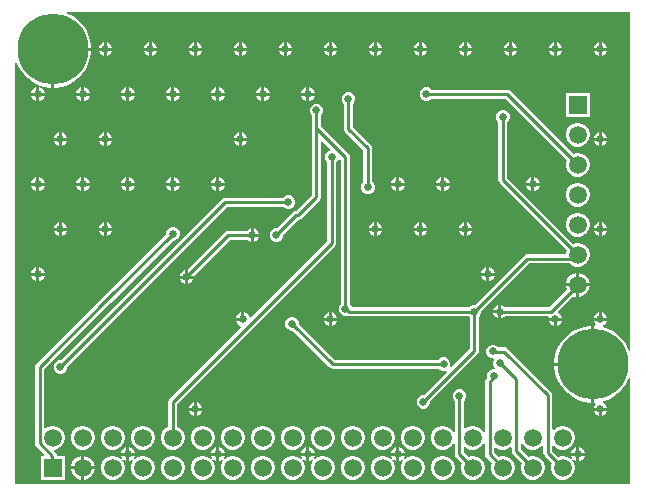
<source format=gbl>
G04*
G04 #@! TF.GenerationSoftware,Altium Limited,Altium Designer,21.2.2 (38)*
G04*
G04 Layer_Physical_Order=2*
G04 Layer_Color=16711680*
%FSLAX25Y25*%
%MOIN*%
G70*
G04*
G04 #@! TF.SameCoordinates,52F74DFF-F1B3-44F2-A22A-B2578409EFCC*
G04*
G04*
G04 #@! TF.FilePolarity,Positive*
G04*
G01*
G75*
%ADD13C,0.01000*%
%ADD45C,0.05906*%
%ADD46R,0.05906X0.05906*%
%ADD47C,0.23622*%
%ADD48R,0.05906X0.05906*%
%ADD49C,0.02559*%
G36*
X362500Y154604D02*
X362000Y154525D01*
X361872Y154918D01*
X360957Y156714D01*
X359772Y158346D01*
X358346Y159772D01*
X356714Y160957D01*
X354918Y161872D01*
X353402Y162365D01*
X353381Y162898D01*
X353791Y163067D01*
X354433Y163709D01*
X354760Y164500D01*
X350240D01*
X350568Y163709D01*
X350965Y163311D01*
X350758Y162811D01*
X350500D01*
Y150000D01*
Y137189D01*
X350758D01*
X350965Y136689D01*
X350568Y136291D01*
X350240Y135500D01*
X354760D01*
X354433Y136291D01*
X353791Y136933D01*
X353381Y137102D01*
X353402Y137635D01*
X354918Y138128D01*
X356714Y139043D01*
X358346Y140228D01*
X359772Y141654D01*
X360957Y143286D01*
X361872Y145082D01*
X362000Y145475D01*
X362500Y145396D01*
Y110000D01*
X157500D01*
Y250396D01*
X158000Y250475D01*
X158128Y250082D01*
X159043Y248286D01*
X160228Y246654D01*
X161654Y245228D01*
X163286Y244043D01*
X165082Y243128D01*
X167000Y242504D01*
X168992Y242189D01*
X169500D01*
Y255000D01*
X170000D01*
Y255500D01*
X182811D01*
Y256008D01*
X182496Y258000D01*
X181872Y259918D01*
X180957Y261714D01*
X179772Y263346D01*
X178346Y264772D01*
X176714Y265957D01*
X174918Y266872D01*
X174525Y267000D01*
X174604Y267500D01*
X362500D01*
Y154604D01*
D02*
G37*
%LPC*%
G36*
X353000Y257260D02*
Y255500D01*
X354760D01*
X354433Y256291D01*
X353791Y256932D01*
X353000Y257260D01*
D02*
G37*
G36*
X352000D02*
X351209Y256932D01*
X350568Y256291D01*
X350240Y255500D01*
X352000D01*
Y257260D01*
D02*
G37*
G36*
X338000D02*
Y255500D01*
X339760D01*
X339433Y256291D01*
X338791Y256932D01*
X338000Y257260D01*
D02*
G37*
G36*
X337000D02*
X336209Y256932D01*
X335567Y256291D01*
X335240Y255500D01*
X337000D01*
Y257260D01*
D02*
G37*
G36*
X323000D02*
Y255500D01*
X324760D01*
X324432Y256291D01*
X323791Y256932D01*
X323000Y257260D01*
D02*
G37*
G36*
X322000D02*
X321209Y256932D01*
X320567Y256291D01*
X320240Y255500D01*
X322000D01*
Y257260D01*
D02*
G37*
G36*
X308000D02*
Y255500D01*
X309760D01*
X309433Y256291D01*
X308791Y256932D01*
X308000Y257260D01*
D02*
G37*
G36*
X307000D02*
X306209Y256932D01*
X305568Y256291D01*
X305240Y255500D01*
X307000D01*
Y257260D01*
D02*
G37*
G36*
X293000D02*
Y255500D01*
X294760D01*
X294432Y256291D01*
X293791Y256932D01*
X293000Y257260D01*
D02*
G37*
G36*
X292000D02*
X291209Y256932D01*
X290567Y256291D01*
X290240Y255500D01*
X292000D01*
Y257260D01*
D02*
G37*
G36*
X278000D02*
Y255500D01*
X279760D01*
X279433Y256291D01*
X278791Y256932D01*
X278000Y257260D01*
D02*
G37*
G36*
X277000D02*
X276209Y256932D01*
X275568Y256291D01*
X275240Y255500D01*
X277000D01*
Y257260D01*
D02*
G37*
G36*
X263000D02*
Y255500D01*
X264760D01*
X264433Y256291D01*
X263791Y256932D01*
X263000Y257260D01*
D02*
G37*
G36*
X262000D02*
X261209Y256932D01*
X260567Y256291D01*
X260240Y255500D01*
X262000D01*
Y257260D01*
D02*
G37*
G36*
X248000D02*
Y255500D01*
X249760D01*
X249432Y256291D01*
X248791Y256932D01*
X248000Y257260D01*
D02*
G37*
G36*
X247000D02*
X246209Y256932D01*
X245567Y256291D01*
X245240Y255500D01*
X247000D01*
Y257260D01*
D02*
G37*
G36*
X233000D02*
Y255500D01*
X234760D01*
X234433Y256291D01*
X233791Y256932D01*
X233000Y257260D01*
D02*
G37*
G36*
X232000D02*
X231209Y256932D01*
X230568Y256291D01*
X230240Y255500D01*
X232000D01*
Y257260D01*
D02*
G37*
G36*
X218000D02*
Y255500D01*
X219760D01*
X219432Y256291D01*
X218791Y256932D01*
X218000Y257260D01*
D02*
G37*
G36*
X217000D02*
X216209Y256932D01*
X215567Y256291D01*
X215240Y255500D01*
X217000D01*
Y257260D01*
D02*
G37*
G36*
X203000D02*
Y255500D01*
X204760D01*
X204433Y256291D01*
X203791Y256932D01*
X203000Y257260D01*
D02*
G37*
G36*
X202000D02*
X201209Y256932D01*
X200568Y256291D01*
X200240Y255500D01*
X202000D01*
Y257260D01*
D02*
G37*
G36*
X188000D02*
Y255500D01*
X189760D01*
X189433Y256291D01*
X188791Y256932D01*
X188000Y257260D01*
D02*
G37*
G36*
X187000D02*
X186209Y256932D01*
X185567Y256291D01*
X185240Y255500D01*
X187000D01*
Y257260D01*
D02*
G37*
G36*
X354760Y254500D02*
X353000D01*
Y252740D01*
X353791Y253067D01*
X354433Y253709D01*
X354760Y254500D01*
D02*
G37*
G36*
X352000D02*
X350240D01*
X350568Y253709D01*
X351209Y253067D01*
X352000Y252740D01*
Y254500D01*
D02*
G37*
G36*
X339760D02*
X338000D01*
Y252740D01*
X338791Y253067D01*
X339433Y253709D01*
X339760Y254500D01*
D02*
G37*
G36*
X337000D02*
X335240D01*
X335567Y253709D01*
X336209Y253067D01*
X337000Y252740D01*
Y254500D01*
D02*
G37*
G36*
X324760D02*
X323000D01*
Y252740D01*
X323791Y253067D01*
X324432Y253709D01*
X324760Y254500D01*
D02*
G37*
G36*
X322000D02*
X320240D01*
X320567Y253709D01*
X321209Y253067D01*
X322000Y252740D01*
Y254500D01*
D02*
G37*
G36*
X309760D02*
X308000D01*
Y252740D01*
X308791Y253067D01*
X309433Y253709D01*
X309760Y254500D01*
D02*
G37*
G36*
X307000D02*
X305240D01*
X305568Y253709D01*
X306209Y253067D01*
X307000Y252740D01*
Y254500D01*
D02*
G37*
G36*
X294760D02*
X293000D01*
Y252740D01*
X293791Y253067D01*
X294432Y253709D01*
X294760Y254500D01*
D02*
G37*
G36*
X292000D02*
X290240D01*
X290567Y253709D01*
X291209Y253067D01*
X292000Y252740D01*
Y254500D01*
D02*
G37*
G36*
X279760D02*
X278000D01*
Y252740D01*
X278791Y253067D01*
X279433Y253709D01*
X279760Y254500D01*
D02*
G37*
G36*
X277000D02*
X275240D01*
X275568Y253709D01*
X276209Y253067D01*
X277000Y252740D01*
Y254500D01*
D02*
G37*
G36*
X264760D02*
X263000D01*
Y252740D01*
X263791Y253067D01*
X264433Y253709D01*
X264760Y254500D01*
D02*
G37*
G36*
X262000D02*
X260240D01*
X260567Y253709D01*
X261209Y253067D01*
X262000Y252740D01*
Y254500D01*
D02*
G37*
G36*
X249760D02*
X248000D01*
Y252740D01*
X248791Y253067D01*
X249432Y253709D01*
X249760Y254500D01*
D02*
G37*
G36*
X247000D02*
X245240D01*
X245567Y253709D01*
X246209Y253067D01*
X247000Y252740D01*
Y254500D01*
D02*
G37*
G36*
X234760D02*
X233000D01*
Y252740D01*
X233791Y253067D01*
X234433Y253709D01*
X234760Y254500D01*
D02*
G37*
G36*
X232000D02*
X230240D01*
X230568Y253709D01*
X231209Y253067D01*
X232000Y252740D01*
Y254500D01*
D02*
G37*
G36*
X219760D02*
X218000D01*
Y252740D01*
X218791Y253067D01*
X219432Y253709D01*
X219760Y254500D01*
D02*
G37*
G36*
X217000D02*
X215240D01*
X215567Y253709D01*
X216209Y253067D01*
X217000Y252740D01*
Y254500D01*
D02*
G37*
G36*
X204760D02*
X203000D01*
Y252740D01*
X203791Y253067D01*
X204433Y253709D01*
X204760Y254500D01*
D02*
G37*
G36*
X202000D02*
X200240D01*
X200568Y253709D01*
X201209Y253067D01*
X202000Y252740D01*
Y254500D01*
D02*
G37*
G36*
X189760D02*
X188000D01*
Y252740D01*
X188791Y253067D01*
X189433Y253709D01*
X189760Y254500D01*
D02*
G37*
G36*
X187000D02*
X185240D01*
X185567Y253709D01*
X186209Y253067D01*
X187000Y252740D01*
Y254500D01*
D02*
G37*
G36*
X182811D02*
X170500D01*
Y242189D01*
X171008D01*
X173000Y242504D01*
X174918Y243128D01*
X176714Y244043D01*
X178346Y245228D01*
X179772Y246654D01*
X180957Y248286D01*
X181872Y250082D01*
X182496Y252000D01*
X182811Y253992D01*
Y254500D01*
D02*
G37*
G36*
X255500Y242260D02*
Y240500D01*
X257260D01*
X256932Y241291D01*
X256291Y241933D01*
X255500Y242260D01*
D02*
G37*
G36*
X254500D02*
X253709Y241933D01*
X253067Y241291D01*
X252740Y240500D01*
X254500D01*
Y242260D01*
D02*
G37*
G36*
X240500D02*
Y240500D01*
X242260D01*
X241933Y241291D01*
X241291Y241933D01*
X240500Y242260D01*
D02*
G37*
G36*
X239500D02*
X238709Y241933D01*
X238068Y241291D01*
X237740Y240500D01*
X239500D01*
Y242260D01*
D02*
G37*
G36*
X225500D02*
Y240500D01*
X227260D01*
X226933Y241291D01*
X226291Y241933D01*
X225500Y242260D01*
D02*
G37*
G36*
X224500D02*
X223709Y241933D01*
X223067Y241291D01*
X222740Y240500D01*
X224500D01*
Y242260D01*
D02*
G37*
G36*
X210500D02*
Y240500D01*
X212260D01*
X211932Y241291D01*
X211291Y241933D01*
X210500Y242260D01*
D02*
G37*
G36*
X209500D02*
X208709Y241933D01*
X208067Y241291D01*
X207740Y240500D01*
X209500D01*
Y242260D01*
D02*
G37*
G36*
X195500D02*
Y240500D01*
X197260D01*
X196932Y241291D01*
X196291Y241933D01*
X195500Y242260D01*
D02*
G37*
G36*
X194500D02*
X193709Y241933D01*
X193068Y241291D01*
X192740Y240500D01*
X194500D01*
Y242260D01*
D02*
G37*
G36*
X180500D02*
Y240500D01*
X182260D01*
X181932Y241291D01*
X181291Y241933D01*
X180500Y242260D01*
D02*
G37*
G36*
X179500D02*
X178709Y241933D01*
X178068Y241291D01*
X177740Y240500D01*
X179500D01*
Y242260D01*
D02*
G37*
G36*
X165500D02*
Y240500D01*
X167260D01*
X166932Y241291D01*
X166291Y241933D01*
X165500Y242260D01*
D02*
G37*
G36*
X164500D02*
X163709Y241933D01*
X163067Y241291D01*
X162740Y240500D01*
X164500D01*
Y242260D01*
D02*
G37*
G36*
X257260Y239500D02*
X255500D01*
Y237740D01*
X256291Y238068D01*
X256932Y238709D01*
X257260Y239500D01*
D02*
G37*
G36*
X254500D02*
X252740D01*
X253067Y238709D01*
X253709Y238068D01*
X254500Y237740D01*
Y239500D01*
D02*
G37*
G36*
X242260D02*
X240500D01*
Y237740D01*
X241291Y238068D01*
X241933Y238709D01*
X242260Y239500D01*
D02*
G37*
G36*
X239500D02*
X237740D01*
X238068Y238709D01*
X238709Y238068D01*
X239500Y237740D01*
Y239500D01*
D02*
G37*
G36*
X227260D02*
X225500D01*
Y237740D01*
X226291Y238068D01*
X226933Y238709D01*
X227260Y239500D01*
D02*
G37*
G36*
X224500D02*
X222740D01*
X223067Y238709D01*
X223709Y238068D01*
X224500Y237740D01*
Y239500D01*
D02*
G37*
G36*
X212260D02*
X210500D01*
Y237740D01*
X211291Y238068D01*
X211932Y238709D01*
X212260Y239500D01*
D02*
G37*
G36*
X209500D02*
X207740D01*
X208067Y238709D01*
X208709Y238068D01*
X209500Y237740D01*
Y239500D01*
D02*
G37*
G36*
X197260D02*
X195500D01*
Y237740D01*
X196291Y238068D01*
X196932Y238709D01*
X197260Y239500D01*
D02*
G37*
G36*
X194500D02*
X192740D01*
X193068Y238709D01*
X193709Y238068D01*
X194500Y237740D01*
Y239500D01*
D02*
G37*
G36*
X182260D02*
X180500D01*
Y237740D01*
X181291Y238068D01*
X181932Y238709D01*
X182260Y239500D01*
D02*
G37*
G36*
X179500D02*
X177740D01*
X178068Y238709D01*
X178709Y238068D01*
X179500Y237740D01*
Y239500D01*
D02*
G37*
G36*
X167260D02*
X165500D01*
Y237740D01*
X166291Y238068D01*
X166932Y238709D01*
X167260Y239500D01*
D02*
G37*
G36*
X164500D02*
X162740D01*
X163067Y238709D01*
X163709Y238068D01*
X164500Y237740D01*
Y239500D01*
D02*
G37*
G36*
X348953Y240453D02*
X341047D01*
Y232547D01*
X348953D01*
Y240453D01*
D02*
G37*
G36*
X353000Y227260D02*
Y225500D01*
X354760D01*
X354433Y226291D01*
X353791Y226933D01*
X353000Y227260D01*
D02*
G37*
G36*
X352000D02*
X351209Y226933D01*
X350568Y226291D01*
X350240Y225500D01*
X352000D01*
Y227260D01*
D02*
G37*
G36*
X233000D02*
Y225500D01*
X234760D01*
X234433Y226291D01*
X233791Y226933D01*
X233000Y227260D01*
D02*
G37*
G36*
X232000D02*
X231209Y226933D01*
X230568Y226291D01*
X230240Y225500D01*
X232000D01*
Y227260D01*
D02*
G37*
G36*
X188000D02*
Y225500D01*
X189760D01*
X189433Y226291D01*
X188791Y226933D01*
X188000Y227260D01*
D02*
G37*
G36*
X187000D02*
X186209Y226933D01*
X185567Y226291D01*
X185240Y225500D01*
X187000D01*
Y227260D01*
D02*
G37*
G36*
X173000D02*
Y225500D01*
X174760D01*
X174433Y226291D01*
X173791Y226933D01*
X173000Y227260D01*
D02*
G37*
G36*
X172000D02*
X171209Y226933D01*
X170568Y226291D01*
X170240Y225500D01*
X172000D01*
Y227260D01*
D02*
G37*
G36*
X354760Y224500D02*
X353000D01*
Y222740D01*
X353791Y223067D01*
X354433Y223709D01*
X354760Y224500D01*
D02*
G37*
G36*
X352000D02*
X350240D01*
X350568Y223709D01*
X351209Y223067D01*
X352000Y222740D01*
Y224500D01*
D02*
G37*
G36*
X234760D02*
X233000D01*
Y222740D01*
X233791Y223067D01*
X234433Y223709D01*
X234760Y224500D01*
D02*
G37*
G36*
X232000D02*
X230240D01*
X230568Y223709D01*
X231209Y223067D01*
X232000Y222740D01*
Y224500D01*
D02*
G37*
G36*
X189760D02*
X188000D01*
Y222740D01*
X188791Y223067D01*
X189433Y223709D01*
X189760Y224500D01*
D02*
G37*
G36*
X187000D02*
X185240D01*
X185567Y223709D01*
X186209Y223067D01*
X187000Y222740D01*
Y224500D01*
D02*
G37*
G36*
X174760D02*
X173000D01*
Y222740D01*
X173791Y223067D01*
X174433Y223709D01*
X174760Y224500D01*
D02*
G37*
G36*
X172000D02*
X170240D01*
X170568Y223709D01*
X171209Y223067D01*
X172000Y222740D01*
Y224500D01*
D02*
G37*
G36*
X345520Y230453D02*
X344480D01*
X343474Y230183D01*
X342573Y229663D01*
X341837Y228927D01*
X341317Y228026D01*
X341047Y227020D01*
Y225980D01*
X341317Y224974D01*
X341837Y224073D01*
X342573Y223337D01*
X343474Y222817D01*
X344480Y222547D01*
X345520D01*
X346526Y222817D01*
X347427Y223337D01*
X348163Y224073D01*
X348683Y224974D01*
X348953Y225980D01*
Y227020D01*
X348683Y228026D01*
X348163Y228927D01*
X347427Y229663D01*
X346526Y230183D01*
X345520Y230453D01*
D02*
G37*
G36*
X294953Y242280D02*
X294047D01*
X293209Y241933D01*
X292567Y241291D01*
X292220Y240453D01*
Y239547D01*
X292567Y238709D01*
X293209Y238068D01*
X294047Y237720D01*
X294953D01*
X295791Y238068D01*
X296194Y238471D01*
X320866D01*
X341316Y218022D01*
X341047Y217020D01*
Y215980D01*
X341317Y214974D01*
X341837Y214073D01*
X342573Y213337D01*
X343474Y212817D01*
X344480Y212547D01*
X345520D01*
X346526Y212817D01*
X347427Y213337D01*
X348163Y214073D01*
X348683Y214974D01*
X348953Y215980D01*
Y217020D01*
X348683Y218026D01*
X348163Y218927D01*
X347427Y219663D01*
X346526Y220183D01*
X345520Y220453D01*
X344480D01*
X343478Y220184D01*
X322581Y241081D01*
X322085Y241413D01*
X321500Y241529D01*
X296194D01*
X295791Y241933D01*
X294953Y242280D01*
D02*
G37*
G36*
X330500Y212260D02*
Y210500D01*
X332260D01*
X331932Y211291D01*
X331291Y211932D01*
X330500Y212260D01*
D02*
G37*
G36*
X329500D02*
X328709Y211932D01*
X328067Y211291D01*
X327740Y210500D01*
X329500D01*
Y212260D01*
D02*
G37*
G36*
X300500D02*
Y210500D01*
X302260D01*
X301933Y211291D01*
X301291Y211932D01*
X300500Y212260D01*
D02*
G37*
G36*
X299500D02*
X298709Y211932D01*
X298067Y211291D01*
X297740Y210500D01*
X299500D01*
Y212260D01*
D02*
G37*
G36*
X285500D02*
Y210500D01*
X287260D01*
X286932Y211291D01*
X286291Y211932D01*
X285500Y212260D01*
D02*
G37*
G36*
X284500D02*
X283709Y211932D01*
X283067Y211291D01*
X282740Y210500D01*
X284500D01*
Y212260D01*
D02*
G37*
G36*
X225500D02*
Y210500D01*
X227260D01*
X226933Y211291D01*
X226291Y211932D01*
X225500Y212260D01*
D02*
G37*
G36*
X224500D02*
X223709Y211932D01*
X223067Y211291D01*
X222740Y210500D01*
X224500D01*
Y212260D01*
D02*
G37*
G36*
X210500D02*
Y210500D01*
X212260D01*
X211932Y211291D01*
X211291Y211932D01*
X210500Y212260D01*
D02*
G37*
G36*
X209500D02*
X208709Y211932D01*
X208067Y211291D01*
X207740Y210500D01*
X209500D01*
Y212260D01*
D02*
G37*
G36*
X195500D02*
Y210500D01*
X197260D01*
X196932Y211291D01*
X196291Y211932D01*
X195500Y212260D01*
D02*
G37*
G36*
X194500D02*
X193709Y211932D01*
X193068Y211291D01*
X192740Y210500D01*
X194500D01*
Y212260D01*
D02*
G37*
G36*
X180500D02*
Y210500D01*
X182260D01*
X181932Y211291D01*
X181291Y211932D01*
X180500Y212260D01*
D02*
G37*
G36*
X179500D02*
X178709Y211932D01*
X178068Y211291D01*
X177740Y210500D01*
X179500D01*
Y212260D01*
D02*
G37*
G36*
X165500D02*
Y210500D01*
X167260D01*
X166932Y211291D01*
X166291Y211932D01*
X165500Y212260D01*
D02*
G37*
G36*
X164500D02*
X163709Y211932D01*
X163067Y211291D01*
X162740Y210500D01*
X164500D01*
Y212260D01*
D02*
G37*
G36*
X332260Y209500D02*
X330500D01*
Y207740D01*
X331291Y208067D01*
X331932Y208709D01*
X332260Y209500D01*
D02*
G37*
G36*
X329500D02*
X327740D01*
X328067Y208709D01*
X328709Y208067D01*
X329500Y207740D01*
Y209500D01*
D02*
G37*
G36*
X302260D02*
X300500D01*
Y207740D01*
X301291Y208067D01*
X301933Y208709D01*
X302260Y209500D01*
D02*
G37*
G36*
X299500D02*
X297740D01*
X298067Y208709D01*
X298709Y208067D01*
X299500Y207740D01*
Y209500D01*
D02*
G37*
G36*
X287260D02*
X285500D01*
Y207740D01*
X286291Y208067D01*
X286932Y208709D01*
X287260Y209500D01*
D02*
G37*
G36*
X284500D02*
X282740D01*
X283067Y208709D01*
X283709Y208067D01*
X284500Y207740D01*
Y209500D01*
D02*
G37*
G36*
X227260D02*
X225500D01*
Y207740D01*
X226291Y208067D01*
X226933Y208709D01*
X227260Y209500D01*
D02*
G37*
G36*
X224500D02*
X222740D01*
X223067Y208709D01*
X223709Y208067D01*
X224500Y207740D01*
Y209500D01*
D02*
G37*
G36*
X212260D02*
X210500D01*
Y207740D01*
X211291Y208067D01*
X211932Y208709D01*
X212260Y209500D01*
D02*
G37*
G36*
X209500D02*
X207740D01*
X208067Y208709D01*
X208709Y208067D01*
X209500Y207740D01*
Y209500D01*
D02*
G37*
G36*
X197260D02*
X195500D01*
Y207740D01*
X196291Y208067D01*
X196932Y208709D01*
X197260Y209500D01*
D02*
G37*
G36*
X194500D02*
X192740D01*
X193068Y208709D01*
X193709Y208067D01*
X194500Y207740D01*
Y209500D01*
D02*
G37*
G36*
X182260D02*
X180500D01*
Y207740D01*
X181291Y208067D01*
X181932Y208709D01*
X182260Y209500D01*
D02*
G37*
G36*
X179500D02*
X177740D01*
X178068Y208709D01*
X178709Y208067D01*
X179500Y207740D01*
Y209500D01*
D02*
G37*
G36*
X167260D02*
X165500D01*
Y207740D01*
X166291Y208067D01*
X166932Y208709D01*
X167260Y209500D01*
D02*
G37*
G36*
X164500D02*
X162740D01*
X163067Y208709D01*
X163709Y208067D01*
X164500Y207740D01*
Y209500D01*
D02*
G37*
G36*
X268953Y240779D02*
X268047D01*
X267209Y240433D01*
X266567Y239791D01*
X266220Y238953D01*
Y238047D01*
X266567Y237209D01*
X266971Y236806D01*
Y228500D01*
X267087Y227915D01*
X267419Y227419D01*
X273471Y221367D01*
Y210694D01*
X273067Y210291D01*
X272721Y209453D01*
Y208547D01*
X273067Y207709D01*
X273709Y207067D01*
X274547Y206720D01*
X275453D01*
X276291Y207067D01*
X276933Y207709D01*
X277279Y208547D01*
Y209453D01*
X276933Y210291D01*
X276529Y210694D01*
Y222000D01*
X276413Y222585D01*
X276081Y223081D01*
X270029Y229134D01*
Y236806D01*
X270432Y237209D01*
X270779Y238047D01*
Y238953D01*
X270432Y239791D01*
X269791Y240433D01*
X268953Y240779D01*
D02*
G37*
G36*
X345520Y210453D02*
X344480D01*
X343474Y210183D01*
X342573Y209663D01*
X341837Y208927D01*
X341317Y208026D01*
X341047Y207020D01*
Y205980D01*
X341317Y204974D01*
X341837Y204073D01*
X342573Y203337D01*
X343474Y202817D01*
X344480Y202547D01*
X345520D01*
X346526Y202817D01*
X347427Y203337D01*
X348163Y204073D01*
X348683Y204974D01*
X348953Y205980D01*
Y207020D01*
X348683Y208026D01*
X348163Y208927D01*
X347427Y209663D01*
X346526Y210183D01*
X345520Y210453D01*
D02*
G37*
G36*
X248953Y206279D02*
X248047D01*
X247209Y205932D01*
X246812Y205535D01*
X227506D01*
X226921Y205419D01*
X226425Y205087D01*
X172617Y151279D01*
X172047D01*
X171209Y150933D01*
X170568Y150291D01*
X170220Y149453D01*
Y148547D01*
X170568Y147709D01*
X171209Y147067D01*
X172047Y146721D01*
X172953D01*
X173791Y147067D01*
X174433Y147709D01*
X174779Y148547D01*
Y149117D01*
X228139Y202477D01*
X246800D01*
X247209Y202067D01*
X248047Y201720D01*
X248953D01*
X249791Y202067D01*
X250432Y202709D01*
X250780Y203547D01*
Y204453D01*
X250432Y205291D01*
X249791Y205932D01*
X248953Y206279D01*
D02*
G37*
G36*
X353000Y197260D02*
Y195500D01*
X354760D01*
X354433Y196291D01*
X353791Y196932D01*
X353000Y197260D01*
D02*
G37*
G36*
X352000D02*
X351209Y196932D01*
X350568Y196291D01*
X350240Y195500D01*
X352000D01*
Y197260D01*
D02*
G37*
G36*
X308000D02*
Y195500D01*
X309760D01*
X309433Y196291D01*
X308791Y196932D01*
X308000Y197260D01*
D02*
G37*
G36*
X307000D02*
X306209Y196932D01*
X305568Y196291D01*
X305240Y195500D01*
X307000D01*
Y197260D01*
D02*
G37*
G36*
X293000D02*
Y195500D01*
X294760D01*
X294432Y196291D01*
X293791Y196932D01*
X293000Y197260D01*
D02*
G37*
G36*
X292000D02*
X291209Y196932D01*
X290567Y196291D01*
X290240Y195500D01*
X292000D01*
Y197260D01*
D02*
G37*
G36*
X278000D02*
Y195500D01*
X279760D01*
X279433Y196291D01*
X278791Y196932D01*
X278000Y197260D01*
D02*
G37*
G36*
X277000D02*
X276209Y196932D01*
X275568Y196291D01*
X275240Y195500D01*
X277000D01*
Y197260D01*
D02*
G37*
G36*
X188000D02*
Y195500D01*
X189760D01*
X189433Y196291D01*
X188791Y196932D01*
X188000Y197260D01*
D02*
G37*
G36*
X187000D02*
X186209Y196932D01*
X185567Y196291D01*
X185240Y195500D01*
X187000D01*
Y197260D01*
D02*
G37*
G36*
X173000D02*
Y195500D01*
X174760D01*
X174433Y196291D01*
X173791Y196932D01*
X173000Y197260D01*
D02*
G37*
G36*
X172000D02*
X171209Y196932D01*
X170568Y196291D01*
X170240Y195500D01*
X172000D01*
Y197260D01*
D02*
G37*
G36*
X237000Y195260D02*
Y193500D01*
X238760D01*
X238433Y194291D01*
X237791Y194932D01*
X237000Y195260D01*
D02*
G37*
G36*
X354760Y194500D02*
X353000D01*
Y192740D01*
X353791Y193068D01*
X354433Y193709D01*
X354760Y194500D01*
D02*
G37*
G36*
X352000D02*
X350240D01*
X350568Y193709D01*
X351209Y193068D01*
X352000Y192740D01*
Y194500D01*
D02*
G37*
G36*
X309760D02*
X308000D01*
Y192740D01*
X308791Y193068D01*
X309433Y193709D01*
X309760Y194500D01*
D02*
G37*
G36*
X307000D02*
X305240D01*
X305568Y193709D01*
X306209Y193068D01*
X307000Y192740D01*
Y194500D01*
D02*
G37*
G36*
X294760D02*
X293000D01*
Y192740D01*
X293791Y193068D01*
X294432Y193709D01*
X294760Y194500D01*
D02*
G37*
G36*
X292000D02*
X290240D01*
X290567Y193709D01*
X291209Y193068D01*
X292000Y192740D01*
Y194500D01*
D02*
G37*
G36*
X279760D02*
X278000D01*
Y192740D01*
X278791Y193068D01*
X279433Y193709D01*
X279760Y194500D01*
D02*
G37*
G36*
X277000D02*
X275240D01*
X275568Y193709D01*
X276209Y193068D01*
X277000Y192740D01*
Y194500D01*
D02*
G37*
G36*
X189760D02*
X188000D01*
Y192740D01*
X188791Y193068D01*
X189433Y193709D01*
X189760Y194500D01*
D02*
G37*
G36*
X187000D02*
X185240D01*
X185567Y193709D01*
X186209Y193068D01*
X187000Y192740D01*
Y194500D01*
D02*
G37*
G36*
X174760D02*
X173000D01*
Y192740D01*
X173791Y193068D01*
X174433Y193709D01*
X174760Y194500D01*
D02*
G37*
G36*
X172000D02*
X170240D01*
X170568Y193709D01*
X171209Y193068D01*
X172000Y192740D01*
Y194500D01*
D02*
G37*
G36*
X345520Y200453D02*
X344480D01*
X343474Y200183D01*
X342573Y199663D01*
X341837Y198927D01*
X341317Y198026D01*
X341047Y197020D01*
Y195980D01*
X341317Y194974D01*
X341837Y194073D01*
X342573Y193337D01*
X343474Y192817D01*
X344480Y192547D01*
X345520D01*
X346526Y192817D01*
X347427Y193337D01*
X348163Y194073D01*
X348683Y194974D01*
X348953Y195980D01*
Y197020D01*
X348683Y198026D01*
X348163Y198927D01*
X347427Y199663D01*
X346526Y200183D01*
X345520Y200453D01*
D02*
G37*
G36*
X238760Y192500D02*
X237000D01*
Y190740D01*
X237791Y191068D01*
X238433Y191709D01*
X238760Y192500D01*
D02*
G37*
G36*
X236000Y195260D02*
X235209Y194932D01*
X234806Y194529D01*
X228500D01*
X227915Y194413D01*
X227419Y194081D01*
X215000Y181663D01*
Y179500D01*
X217163D01*
X229134Y191471D01*
X234806D01*
X235209Y191068D01*
X236000Y190740D01*
Y193000D01*
Y195260D01*
D02*
G37*
G36*
X258289Y236865D02*
X257382D01*
X256545Y236518D01*
X255904Y235877D01*
X255556Y235039D01*
Y234133D01*
X255904Y233295D01*
X256307Y232892D01*
Y228595D01*
Y206469D01*
X250901Y201063D01*
X250482Y200980D01*
X249986Y200649D01*
X244617Y195280D01*
X244047D01*
X243209Y194932D01*
X242567Y194291D01*
X242220Y193453D01*
Y192547D01*
X242567Y191709D01*
X243209Y191068D01*
X244047Y190720D01*
X244953D01*
X245791Y191068D01*
X246432Y191709D01*
X246779Y192547D01*
Y193117D01*
X251734Y198071D01*
X252152Y198154D01*
X252649Y198486D01*
X258917Y204754D01*
X259249Y205251D01*
X259365Y205836D01*
Y224249D01*
X259827Y224441D01*
X262526Y221742D01*
X262359Y221202D01*
X261709Y220933D01*
X261068Y220291D01*
X260720Y219453D01*
Y218547D01*
X261068Y217709D01*
X261471Y217306D01*
Y191133D01*
X236010Y165672D01*
X235420Y165790D01*
X235212Y166291D01*
X234571Y166932D01*
X233780Y167260D01*
Y165000D01*
X233279D01*
Y164500D01*
X231019D01*
X231347Y163709D01*
X231988Y163067D01*
X232490Y162860D01*
X232607Y162270D01*
X208919Y138581D01*
X208587Y138085D01*
X208471Y137500D01*
Y129181D01*
X207573Y128663D01*
X206837Y127927D01*
X206317Y127026D01*
X206047Y126020D01*
Y124980D01*
X206317Y123974D01*
X206837Y123073D01*
X207573Y122337D01*
X208474Y121817D01*
X209480Y121547D01*
X210520D01*
X211526Y121817D01*
X212427Y122337D01*
X213163Y123073D01*
X213683Y123974D01*
X213953Y124980D01*
Y126020D01*
X213683Y127026D01*
X213163Y127927D01*
X212427Y128663D01*
X211529Y129181D01*
Y136866D01*
X264081Y189419D01*
X264413Y189915D01*
X264529Y190500D01*
Y217306D01*
X264932Y217709D01*
X265145Y218222D01*
X265664Y218364D01*
X265971Y218116D01*
Y170194D01*
X265567Y169791D01*
X265220Y168953D01*
Y168047D01*
X265567Y167209D01*
X266209Y166568D01*
X267047Y166220D01*
X267953D01*
X268032Y166253D01*
X268280Y166087D01*
X268865Y165971D01*
X308806D01*
X308971Y165806D01*
Y155133D01*
X302797Y148959D01*
X302373Y149243D01*
X302495Y149537D01*
Y150444D01*
X302148Y151282D01*
X301506Y151923D01*
X300669Y152270D01*
X299762D01*
X298924Y151923D01*
X298521Y151520D01*
X263891D01*
X252028Y163383D01*
Y163953D01*
X251680Y164791D01*
X251039Y165433D01*
X250202Y165779D01*
X249295D01*
X248457Y165433D01*
X247815Y164791D01*
X247468Y163953D01*
Y163047D01*
X247815Y162209D01*
X248457Y161567D01*
X249295Y161221D01*
X249865D01*
X262176Y148909D01*
X262672Y148577D01*
X263258Y148461D01*
X298521D01*
X298924Y148058D01*
X299762Y147711D01*
X300669D01*
X300963Y147833D01*
X301246Y147409D01*
X293617Y139779D01*
X293047D01*
X292209Y139433D01*
X291567Y138791D01*
X291220Y137953D01*
Y137047D01*
X291567Y136209D01*
X292209Y135567D01*
X293047Y135221D01*
X293953D01*
X294791Y135567D01*
X295432Y136209D01*
X295779Y137047D01*
Y137617D01*
X311581Y153419D01*
X311913Y153915D01*
X312029Y154500D01*
Y165806D01*
X312433Y166209D01*
X312779Y167047D01*
Y167617D01*
X328735Y183572D01*
X342274D01*
X342327Y183583D01*
X342573Y183337D01*
X343474Y182817D01*
X344480Y182547D01*
X345520D01*
X346526Y182817D01*
X347427Y183337D01*
X348163Y184073D01*
X348683Y184974D01*
X348953Y185980D01*
Y187020D01*
X348683Y188026D01*
X348163Y188927D01*
X347427Y189663D01*
X346526Y190183D01*
X345520Y190453D01*
X344480D01*
X343478Y190184D01*
X321529Y212134D01*
Y230806D01*
X321933Y231209D01*
X322280Y232047D01*
Y232953D01*
X321933Y233791D01*
X321291Y234433D01*
X320453Y234780D01*
X319547D01*
X318709Y234433D01*
X318068Y233791D01*
X317721Y232953D01*
Y232047D01*
X318068Y231209D01*
X318471Y230806D01*
Y211500D01*
X318587Y210915D01*
X318919Y210419D01*
X341316Y188022D01*
X341047Y187020D01*
Y186631D01*
X328101D01*
X327516Y186514D01*
X327020Y186183D01*
X310617Y169780D01*
X310047D01*
X309209Y169432D01*
X308806Y169029D01*
X269748D01*
X269432Y169791D01*
X269029Y170194D01*
Y218931D01*
X268913Y219516D01*
X268581Y220012D01*
X259365Y229228D01*
Y232892D01*
X259768Y233295D01*
X260116Y234133D01*
Y235039D01*
X259768Y235877D01*
X259127Y236518D01*
X258289Y236865D01*
D02*
G37*
G36*
X315500Y182260D02*
Y180500D01*
X317260D01*
X316933Y181291D01*
X316291Y181932D01*
X315500Y182260D01*
D02*
G37*
G36*
X314500D02*
X313709Y181932D01*
X313068Y181291D01*
X312740Y180500D01*
X314500D01*
Y182260D01*
D02*
G37*
G36*
X165500D02*
Y180500D01*
X167260D01*
X166932Y181291D01*
X166291Y181932D01*
X165500Y182260D01*
D02*
G37*
G36*
X164500D02*
X163709Y181932D01*
X163067Y181291D01*
X162740Y180500D01*
X164500D01*
Y182260D01*
D02*
G37*
G36*
X214000Y181260D02*
X213209Y180932D01*
X212567Y180291D01*
X212240Y179500D01*
X214000D01*
Y181260D01*
D02*
G37*
G36*
X317260Y179500D02*
X315500D01*
Y177740D01*
X316291Y178068D01*
X316933Y178709D01*
X317260Y179500D01*
D02*
G37*
G36*
X314500D02*
X312740D01*
X313068Y178709D01*
X313709Y178068D01*
X314500Y177740D01*
Y179500D01*
D02*
G37*
G36*
X167260D02*
X165500D01*
Y177740D01*
X166291Y178068D01*
X166932Y178709D01*
X167260Y179500D01*
D02*
G37*
G36*
X164500D02*
X162740D01*
X163067Y178709D01*
X163709Y178068D01*
X164500Y177740D01*
Y179500D01*
D02*
G37*
G36*
X345520Y180453D02*
X345500D01*
Y177000D01*
X348953D01*
Y177020D01*
X348683Y178026D01*
X348163Y178927D01*
X347427Y179663D01*
X346526Y180183D01*
X345520Y180453D01*
D02*
G37*
G36*
X344500D02*
X344480D01*
X343474Y180183D01*
X342573Y179663D01*
X341837Y178927D01*
X341317Y178026D01*
X341047Y177020D01*
Y177000D01*
X344500D01*
Y180453D01*
D02*
G37*
G36*
X216760Y178500D02*
X215000D01*
Y176740D01*
X215791Y177067D01*
X216432Y177709D01*
X216760Y178500D01*
D02*
G37*
G36*
X214000D02*
X212240D01*
X212567Y177709D01*
X213209Y177067D01*
X214000Y176740D01*
Y178500D01*
D02*
G37*
G36*
X348953Y176000D02*
X345500D01*
Y172547D01*
X345520D01*
X346526Y172817D01*
X347427Y173337D01*
X348163Y174073D01*
X348683Y174974D01*
X348953Y175980D01*
Y176000D01*
D02*
G37*
G36*
X344500D02*
X341047D01*
Y175980D01*
X341316Y174978D01*
X335367Y169029D01*
X320694D01*
X320291Y169432D01*
X319500Y169760D01*
Y167500D01*
Y165240D01*
X320291Y165568D01*
X320694Y165971D01*
X334985D01*
X335262Y165555D01*
X335240Y165500D01*
X339760D01*
X339433Y166291D01*
X338791Y166932D01*
X338446Y167076D01*
X338328Y167665D01*
X343478Y172816D01*
X344480Y172547D01*
X344500D01*
Y176000D01*
D02*
G37*
G36*
X318500Y169760D02*
X317709Y169432D01*
X317068Y168791D01*
X316740Y168000D01*
X318500D01*
Y169760D01*
D02*
G37*
G36*
X353000Y167260D02*
Y165500D01*
X354760D01*
X354433Y166291D01*
X353791Y166932D01*
X353000Y167260D01*
D02*
G37*
G36*
X352000D02*
X351209Y166932D01*
X350568Y166291D01*
X350240Y165500D01*
X352000D01*
Y167260D01*
D02*
G37*
G36*
X263000D02*
Y165500D01*
X264760D01*
X264433Y166291D01*
X263791Y166932D01*
X263000Y167260D01*
D02*
G37*
G36*
X262000D02*
X261209Y166932D01*
X260567Y166291D01*
X260240Y165500D01*
X262000D01*
Y167260D01*
D02*
G37*
G36*
X232780D02*
X231988Y166932D01*
X231347Y166291D01*
X231019Y165500D01*
X232780D01*
Y167260D01*
D02*
G37*
G36*
X318500Y167000D02*
X316740D01*
X317068Y166209D01*
X317709Y165568D01*
X318500Y165240D01*
Y167000D01*
D02*
G37*
G36*
X339760Y164500D02*
X338000D01*
Y162740D01*
X338791Y163067D01*
X339433Y163709D01*
X339760Y164500D01*
D02*
G37*
G36*
X337000D02*
X335240D01*
X335567Y163709D01*
X336209Y163067D01*
X337000Y162740D01*
Y164500D01*
D02*
G37*
G36*
X264760D02*
X263000D01*
Y162740D01*
X263791Y163067D01*
X264433Y163709D01*
X264760Y164500D01*
D02*
G37*
G36*
X262000D02*
X260240D01*
X260567Y163709D01*
X261209Y163067D01*
X262000Y162740D01*
Y164500D01*
D02*
G37*
G36*
X349500Y162811D02*
X348992D01*
X347000Y162496D01*
X345082Y161872D01*
X343286Y160957D01*
X341654Y159772D01*
X340228Y158346D01*
X339043Y156714D01*
X338128Y154918D01*
X337504Y153000D01*
X337189Y151008D01*
Y150500D01*
X349500D01*
Y162811D01*
D02*
G37*
G36*
Y149500D02*
X337189D01*
Y148992D01*
X337504Y147000D01*
X338128Y145082D01*
X339043Y143286D01*
X340228Y141654D01*
X341654Y140228D01*
X343286Y139043D01*
X345082Y138128D01*
X347000Y137504D01*
X348992Y137189D01*
X349500D01*
Y149500D01*
D02*
G37*
G36*
X218000Y137260D02*
Y135500D01*
X219760D01*
X219432Y136291D01*
X218791Y136933D01*
X218000Y137260D01*
D02*
G37*
G36*
X217000D02*
X216209Y136933D01*
X215567Y136291D01*
X215240Y135500D01*
X217000D01*
Y137260D01*
D02*
G37*
G36*
X354760Y134500D02*
X353000D01*
Y132740D01*
X353791Y133068D01*
X354433Y133709D01*
X354760Y134500D01*
D02*
G37*
G36*
X352000D02*
X350240D01*
X350568Y133709D01*
X351209Y133068D01*
X352000Y132740D01*
Y134500D01*
D02*
G37*
G36*
X219760D02*
X218000D01*
Y132740D01*
X218791Y133068D01*
X219432Y133709D01*
X219760Y134500D01*
D02*
G37*
G36*
X217000D02*
X215240D01*
X215567Y133709D01*
X216209Y133068D01*
X217000Y132740D01*
Y134500D01*
D02*
G37*
G36*
X317174Y156530D02*
X316267D01*
X315429Y156183D01*
X314788Y155542D01*
X314441Y154704D01*
Y153797D01*
X314788Y152960D01*
X315429Y152318D01*
X316267Y151971D01*
X316601D01*
X316935Y151471D01*
X316721Y150953D01*
Y150047D01*
X317068Y149209D01*
X317527Y148749D01*
X317290Y148280D01*
X316547D01*
X315709Y147933D01*
X315068Y147291D01*
X314721Y146453D01*
Y145547D01*
X314745Y145486D01*
X314466Y145207D01*
X314134Y144711D01*
X314018Y144125D01*
Y127446D01*
X313518Y127312D01*
X313163Y127927D01*
X312427Y128663D01*
X311526Y129183D01*
X310520Y129453D01*
X309480D01*
X308474Y129183D01*
X307573Y128663D01*
X307491Y128581D01*
X307029Y128773D01*
Y137806D01*
X307433Y138209D01*
X307780Y139047D01*
Y139953D01*
X307433Y140791D01*
X306791Y141432D01*
X305953Y141779D01*
X305047D01*
X304209Y141432D01*
X303568Y140791D01*
X303221Y139953D01*
Y139047D01*
X303568Y138209D01*
X303971Y137806D01*
Y127528D01*
X303471Y127394D01*
X303163Y127927D01*
X302427Y128663D01*
X301526Y129183D01*
X300520Y129453D01*
X299480D01*
X298474Y129183D01*
X297573Y128663D01*
X296837Y127927D01*
X296317Y127026D01*
X296047Y126020D01*
Y124980D01*
X296317Y123974D01*
X296837Y123073D01*
X297573Y122337D01*
X298474Y121817D01*
X299480Y121547D01*
X300520D01*
X301526Y121817D01*
X302427Y122337D01*
X303163Y123073D01*
X303471Y123606D01*
X303971Y123472D01*
Y120000D01*
X304087Y119415D01*
X304419Y118919D01*
X306315Y117022D01*
X306047Y116020D01*
Y114980D01*
X306317Y113974D01*
X306837Y113073D01*
X307573Y112337D01*
X308474Y111817D01*
X309480Y111547D01*
X310520D01*
X311526Y111817D01*
X312427Y112337D01*
X313163Y113073D01*
X313683Y113974D01*
X313953Y114980D01*
Y116020D01*
X313683Y117026D01*
X313163Y117927D01*
X312427Y118663D01*
X311526Y119183D01*
X310520Y119453D01*
X309480D01*
X308478Y119185D01*
X307029Y120633D01*
Y122227D01*
X307491Y122419D01*
X307573Y122337D01*
X308474Y121817D01*
X309480Y121547D01*
X310520D01*
X311526Y121817D01*
X312427Y122337D01*
X313163Y123073D01*
X313518Y123688D01*
X314018Y123554D01*
Y119953D01*
X314134Y119368D01*
X314466Y118871D01*
X316316Y117022D01*
X316047Y116020D01*
Y114980D01*
X316317Y113974D01*
X316837Y113073D01*
X317573Y112337D01*
X318474Y111817D01*
X319480Y111547D01*
X320520D01*
X321526Y111817D01*
X322427Y112337D01*
X323163Y113073D01*
X323683Y113974D01*
X323953Y114980D01*
Y116020D01*
X323683Y117026D01*
X323163Y117927D01*
X322427Y118663D01*
X321526Y119183D01*
X320520Y119453D01*
X319480D01*
X318478Y119185D01*
X317077Y120586D01*
Y122180D01*
X317539Y122371D01*
X317573Y122337D01*
X318474Y121817D01*
X319480Y121547D01*
X320520D01*
X321526Y121817D01*
X322427Y122337D01*
X322461Y122371D01*
X322923Y122180D01*
Y121047D01*
X323040Y120462D01*
X323371Y119966D01*
X326315Y117022D01*
X326047Y116020D01*
Y114980D01*
X326317Y113974D01*
X326837Y113073D01*
X327573Y112337D01*
X328474Y111817D01*
X329480Y111547D01*
X330520D01*
X331526Y111817D01*
X332427Y112337D01*
X333163Y113073D01*
X333683Y113974D01*
X333953Y114980D01*
Y116020D01*
X333683Y117026D01*
X333163Y117927D01*
X332427Y118663D01*
X331526Y119183D01*
X330520Y119453D01*
X329480D01*
X328478Y119185D01*
X325982Y121681D01*
Y123554D01*
X326482Y123688D01*
X326837Y123073D01*
X327573Y122337D01*
X328474Y121817D01*
X329480Y121547D01*
X330520D01*
X331526Y121817D01*
X332427Y122337D01*
X332971Y122881D01*
X333471Y122673D01*
Y120500D01*
X333587Y119915D01*
X333919Y119419D01*
X336315Y117022D01*
X336047Y116020D01*
Y114980D01*
X336317Y113974D01*
X336837Y113073D01*
X337573Y112337D01*
X338474Y111817D01*
X339480Y111547D01*
X340520D01*
X341526Y111817D01*
X342427Y112337D01*
X343163Y113073D01*
X343683Y113974D01*
X343953Y114980D01*
Y116020D01*
X343683Y117026D01*
X343163Y117927D01*
X343531Y118245D01*
X343709Y118068D01*
X344500Y117740D01*
Y119500D01*
X342740D01*
X343068Y118709D01*
X342699Y118391D01*
X342427Y118663D01*
X341526Y119183D01*
X340520Y119453D01*
X339480D01*
X338478Y119185D01*
X336529Y121133D01*
Y122673D01*
X337029Y122881D01*
X337573Y122337D01*
X338474Y121817D01*
X339480Y121547D01*
X340520D01*
X341526Y121817D01*
X342427Y122337D01*
X343163Y123073D01*
X343683Y123974D01*
X343953Y124980D01*
Y126020D01*
X343683Y127026D01*
X343163Y127927D01*
X342427Y128663D01*
X341526Y129183D01*
X340520Y129453D01*
X339480D01*
X338474Y129183D01*
X337573Y128663D01*
X337029Y128119D01*
X336529Y128326D01*
Y139657D01*
X336413Y140242D01*
X336081Y140738D01*
X321516Y155304D01*
X321020Y155635D01*
X320434Y155752D01*
X318443D01*
X318012Y156183D01*
X317174Y156530D01*
D02*
G37*
G36*
X290520Y129453D02*
X289480D01*
X288474Y129183D01*
X287573Y128663D01*
X286837Y127927D01*
X286317Y127026D01*
X286047Y126020D01*
Y124980D01*
X286317Y123974D01*
X286837Y123073D01*
X287573Y122337D01*
X288474Y121817D01*
X289480Y121547D01*
X290520D01*
X291526Y121817D01*
X292427Y122337D01*
X293163Y123073D01*
X293683Y123974D01*
X293953Y124980D01*
Y126020D01*
X293683Y127026D01*
X293163Y127927D01*
X292427Y128663D01*
X291526Y129183D01*
X290520Y129453D01*
D02*
G37*
G36*
X280520D02*
X279480D01*
X278474Y129183D01*
X277573Y128663D01*
X276837Y127927D01*
X276317Y127026D01*
X276047Y126020D01*
Y124980D01*
X276317Y123974D01*
X276837Y123073D01*
X277573Y122337D01*
X278474Y121817D01*
X279480Y121547D01*
X280520D01*
X281526Y121817D01*
X282427Y122337D01*
X283163Y123073D01*
X283683Y123974D01*
X283953Y124980D01*
Y126020D01*
X283683Y127026D01*
X283163Y127927D01*
X282427Y128663D01*
X281526Y129183D01*
X280520Y129453D01*
D02*
G37*
G36*
X270520D02*
X269480D01*
X268474Y129183D01*
X267573Y128663D01*
X266837Y127927D01*
X266317Y127026D01*
X266047Y126020D01*
Y124980D01*
X266317Y123974D01*
X266837Y123073D01*
X267573Y122337D01*
X268474Y121817D01*
X269480Y121547D01*
X270520D01*
X271526Y121817D01*
X272427Y122337D01*
X273163Y123073D01*
X273683Y123974D01*
X273953Y124980D01*
Y126020D01*
X273683Y127026D01*
X273163Y127927D01*
X272427Y128663D01*
X271526Y129183D01*
X270520Y129453D01*
D02*
G37*
G36*
X260520D02*
X259480D01*
X258474Y129183D01*
X257573Y128663D01*
X256837Y127927D01*
X256317Y127026D01*
X256047Y126020D01*
Y124980D01*
X256317Y123974D01*
X256837Y123073D01*
X257573Y122337D01*
X258474Y121817D01*
X259480Y121547D01*
X260520D01*
X261526Y121817D01*
X262427Y122337D01*
X263163Y123073D01*
X263683Y123974D01*
X263953Y124980D01*
Y126020D01*
X263683Y127026D01*
X263163Y127927D01*
X262427Y128663D01*
X261526Y129183D01*
X260520Y129453D01*
D02*
G37*
G36*
X250520D02*
X249480D01*
X248474Y129183D01*
X247573Y128663D01*
X246837Y127927D01*
X246317Y127026D01*
X246047Y126020D01*
Y124980D01*
X246317Y123974D01*
X246837Y123073D01*
X247573Y122337D01*
X248474Y121817D01*
X249480Y121547D01*
X250520D01*
X251526Y121817D01*
X252427Y122337D01*
X253163Y123073D01*
X253683Y123974D01*
X253953Y124980D01*
Y126020D01*
X253683Y127026D01*
X253163Y127927D01*
X252427Y128663D01*
X251526Y129183D01*
X250520Y129453D01*
D02*
G37*
G36*
X240520D02*
X239480D01*
X238474Y129183D01*
X237573Y128663D01*
X236837Y127927D01*
X236317Y127026D01*
X236047Y126020D01*
Y124980D01*
X236317Y123974D01*
X236837Y123073D01*
X237573Y122337D01*
X238474Y121817D01*
X239480Y121547D01*
X240520D01*
X241526Y121817D01*
X242427Y122337D01*
X243163Y123073D01*
X243683Y123974D01*
X243953Y124980D01*
Y126020D01*
X243683Y127026D01*
X243163Y127927D01*
X242427Y128663D01*
X241526Y129183D01*
X240520Y129453D01*
D02*
G37*
G36*
X230520D02*
X229480D01*
X228474Y129183D01*
X227573Y128663D01*
X226837Y127927D01*
X226317Y127026D01*
X226047Y126020D01*
Y124980D01*
X226317Y123974D01*
X226837Y123073D01*
X227573Y122337D01*
X228474Y121817D01*
X229480Y121547D01*
X230520D01*
X231526Y121817D01*
X232427Y122337D01*
X233163Y123073D01*
X233683Y123974D01*
X233953Y124980D01*
Y126020D01*
X233683Y127026D01*
X233163Y127927D01*
X232427Y128663D01*
X231526Y129183D01*
X230520Y129453D01*
D02*
G37*
G36*
X220520D02*
X219480D01*
X218474Y129183D01*
X217573Y128663D01*
X216837Y127927D01*
X216317Y127026D01*
X216047Y126020D01*
Y124980D01*
X216317Y123974D01*
X216837Y123073D01*
X217573Y122337D01*
X218474Y121817D01*
X219480Y121547D01*
X220520D01*
X221526Y121817D01*
X222427Y122337D01*
X223163Y123073D01*
X223683Y123974D01*
X223953Y124980D01*
Y126020D01*
X223683Y127026D01*
X223163Y127927D01*
X222427Y128663D01*
X221526Y129183D01*
X220520Y129453D01*
D02*
G37*
G36*
X200520D02*
X199480D01*
X198474Y129183D01*
X197573Y128663D01*
X196837Y127927D01*
X196317Y127026D01*
X196047Y126020D01*
Y124980D01*
X196317Y123974D01*
X196837Y123073D01*
X197573Y122337D01*
X198474Y121817D01*
X199480Y121547D01*
X200520D01*
X201526Y121817D01*
X202427Y122337D01*
X203163Y123073D01*
X203683Y123974D01*
X203953Y124980D01*
Y126020D01*
X203683Y127026D01*
X203163Y127927D01*
X202427Y128663D01*
X201526Y129183D01*
X200520Y129453D01*
D02*
G37*
G36*
X190520D02*
X189480D01*
X188474Y129183D01*
X187573Y128663D01*
X186837Y127927D01*
X186317Y127026D01*
X186047Y126020D01*
Y124980D01*
X186317Y123974D01*
X186837Y123073D01*
X187573Y122337D01*
X188474Y121817D01*
X189480Y121547D01*
X190520D01*
X191526Y121817D01*
X192427Y122337D01*
X193163Y123073D01*
X193683Y123974D01*
X193953Y124980D01*
Y126020D01*
X193683Y127026D01*
X193163Y127927D01*
X192427Y128663D01*
X191526Y129183D01*
X190520Y129453D01*
D02*
G37*
G36*
X180520D02*
X179480D01*
X178474Y129183D01*
X177573Y128663D01*
X176837Y127927D01*
X176317Y127026D01*
X176047Y126020D01*
Y124980D01*
X176317Y123974D01*
X176837Y123073D01*
X177573Y122337D01*
X178474Y121817D01*
X179480Y121547D01*
X180520D01*
X181526Y121817D01*
X182427Y122337D01*
X183163Y123073D01*
X183683Y123974D01*
X183953Y124980D01*
Y126020D01*
X183683Y127026D01*
X183163Y127927D01*
X182427Y128663D01*
X181526Y129183D01*
X180520Y129453D01*
D02*
G37*
G36*
X345500Y122260D02*
Y120500D01*
X347260D01*
X346933Y121291D01*
X346291Y121932D01*
X345500Y122260D01*
D02*
G37*
G36*
X344500D02*
X343709Y121932D01*
X343068Y121291D01*
X342740Y120500D01*
X344500D01*
Y122260D01*
D02*
G37*
G36*
X285500D02*
Y120500D01*
X287260D01*
X286932Y121291D01*
X286291Y121932D01*
X285500Y122260D01*
D02*
G37*
G36*
X284500D02*
X283709Y121932D01*
X283067Y121291D01*
X282740Y120500D01*
X284500D01*
Y122260D01*
D02*
G37*
G36*
X255500D02*
Y120500D01*
X257260D01*
X256932Y121291D01*
X256291Y121932D01*
X255500Y122260D01*
D02*
G37*
G36*
X254500D02*
X253709Y121932D01*
X253067Y121291D01*
X252740Y120500D01*
X254500D01*
Y122260D01*
D02*
G37*
G36*
X225500D02*
Y120500D01*
X227260D01*
X226933Y121291D01*
X226291Y121932D01*
X225500Y122260D01*
D02*
G37*
G36*
X224500D02*
X223709Y121932D01*
X223067Y121291D01*
X222740Y120500D01*
X224500D01*
Y122260D01*
D02*
G37*
G36*
X195500D02*
Y120500D01*
X197260D01*
X196932Y121291D01*
X196291Y121932D01*
X195500Y122260D01*
D02*
G37*
G36*
X194500D02*
X193709Y121932D01*
X193068Y121291D01*
X192740Y120500D01*
X194500D01*
Y122260D01*
D02*
G37*
G36*
X284500Y119500D02*
X282740D01*
X283067Y118709D01*
X282699Y118391D01*
X282427Y118663D01*
X281526Y119183D01*
X280520Y119453D01*
X279480D01*
X278474Y119183D01*
X277573Y118663D01*
X276837Y117927D01*
X276317Y117026D01*
X276047Y116020D01*
Y114980D01*
X276317Y113974D01*
X276837Y113073D01*
X277573Y112337D01*
X278474Y111817D01*
X279480Y111547D01*
X280520D01*
X281526Y111817D01*
X282427Y112337D01*
X283163Y113073D01*
X283683Y113974D01*
X283953Y114980D01*
Y116020D01*
X283683Y117026D01*
X283163Y117927D01*
X283531Y118245D01*
X283709Y118068D01*
X284500Y117740D01*
Y119500D01*
D02*
G37*
G36*
X254500D02*
X252740D01*
X253067Y118709D01*
X252699Y118391D01*
X252427Y118663D01*
X251526Y119183D01*
X250520Y119453D01*
X249480D01*
X248474Y119183D01*
X247573Y118663D01*
X246837Y117927D01*
X246317Y117026D01*
X246047Y116020D01*
Y114980D01*
X246317Y113974D01*
X246837Y113073D01*
X247573Y112337D01*
X248474Y111817D01*
X249480Y111547D01*
X250520D01*
X251526Y111817D01*
X252427Y112337D01*
X253163Y113073D01*
X253683Y113974D01*
X253953Y114980D01*
Y116020D01*
X253683Y117026D01*
X253163Y117927D01*
X253531Y118245D01*
X253709Y118068D01*
X254500Y117740D01*
Y119500D01*
D02*
G37*
G36*
X224500D02*
X222740D01*
X223067Y118709D01*
X222699Y118391D01*
X222427Y118663D01*
X221526Y119183D01*
X220520Y119453D01*
X219480D01*
X218474Y119183D01*
X217573Y118663D01*
X216837Y117927D01*
X216317Y117026D01*
X216047Y116020D01*
Y114980D01*
X216317Y113974D01*
X216837Y113073D01*
X217573Y112337D01*
X218474Y111817D01*
X219480Y111547D01*
X220520D01*
X221526Y111817D01*
X222427Y112337D01*
X223163Y113073D01*
X223683Y113974D01*
X223953Y114980D01*
Y116020D01*
X223683Y117026D01*
X223163Y117927D01*
X223531Y118245D01*
X223709Y118068D01*
X224500Y117740D01*
Y119500D01*
D02*
G37*
G36*
X194500D02*
X192740D01*
X193068Y118709D01*
X192699Y118391D01*
X192427Y118663D01*
X191526Y119183D01*
X190520Y119453D01*
X189480D01*
X188474Y119183D01*
X187573Y118663D01*
X186837Y117927D01*
X186317Y117026D01*
X186047Y116020D01*
Y114980D01*
X186317Y113974D01*
X186837Y113073D01*
X187573Y112337D01*
X188474Y111817D01*
X189480Y111547D01*
X190520D01*
X191526Y111817D01*
X192427Y112337D01*
X193163Y113073D01*
X193683Y113974D01*
X193953Y114980D01*
Y116020D01*
X193683Y117026D01*
X193163Y117927D01*
X193531Y118245D01*
X193709Y118068D01*
X194500Y117740D01*
Y119500D01*
D02*
G37*
G36*
X347260D02*
X345500D01*
Y117740D01*
X346291Y118068D01*
X346933Y118709D01*
X347260Y119500D01*
D02*
G37*
G36*
X180520Y119453D02*
X180500D01*
Y116000D01*
X183953D01*
Y116020D01*
X183683Y117026D01*
X183163Y117927D01*
X182427Y118663D01*
X181526Y119183D01*
X180520Y119453D01*
D02*
G37*
G36*
X179500D02*
X179480D01*
X178474Y119183D01*
X177573Y118663D01*
X176837Y117927D01*
X176317Y117026D01*
X176047Y116020D01*
Y116000D01*
X179500D01*
Y119453D01*
D02*
G37*
G36*
X300520D02*
X299480D01*
X298474Y119183D01*
X297573Y118663D01*
X296837Y117927D01*
X296317Y117026D01*
X296047Y116020D01*
Y114980D01*
X296317Y113974D01*
X296837Y113073D01*
X297573Y112337D01*
X298474Y111817D01*
X299480Y111547D01*
X300520D01*
X301526Y111817D01*
X302427Y112337D01*
X303163Y113073D01*
X303683Y113974D01*
X303953Y114980D01*
Y116020D01*
X303683Y117026D01*
X303163Y117927D01*
X302427Y118663D01*
X301526Y119183D01*
X300520Y119453D01*
D02*
G37*
G36*
X287260Y119500D02*
X285500D01*
Y117740D01*
X286291Y118068D01*
X286469Y118245D01*
X286837Y117927D01*
X286317Y117026D01*
X286047Y116020D01*
Y114980D01*
X286317Y113974D01*
X286837Y113073D01*
X287573Y112337D01*
X288474Y111817D01*
X289480Y111547D01*
X290520D01*
X291526Y111817D01*
X292427Y112337D01*
X293163Y113073D01*
X293683Y113974D01*
X293953Y114980D01*
Y116020D01*
X293683Y117026D01*
X293163Y117927D01*
X292427Y118663D01*
X291526Y119183D01*
X290520Y119453D01*
X289480D01*
X288474Y119183D01*
X287573Y118663D01*
X287301Y118391D01*
X286932Y118709D01*
X287260Y119500D01*
D02*
G37*
G36*
X270520Y119453D02*
X269480D01*
X268474Y119183D01*
X267573Y118663D01*
X266837Y117927D01*
X266317Y117026D01*
X266047Y116020D01*
Y114980D01*
X266317Y113974D01*
X266837Y113073D01*
X267573Y112337D01*
X268474Y111817D01*
X269480Y111547D01*
X270520D01*
X271526Y111817D01*
X272427Y112337D01*
X273163Y113073D01*
X273683Y113974D01*
X273953Y114980D01*
Y116020D01*
X273683Y117026D01*
X273163Y117927D01*
X272427Y118663D01*
X271526Y119183D01*
X270520Y119453D01*
D02*
G37*
G36*
X257260Y119500D02*
X255500D01*
Y117740D01*
X256291Y118068D01*
X256469Y118245D01*
X256837Y117927D01*
X256317Y117026D01*
X256047Y116020D01*
Y114980D01*
X256317Y113974D01*
X256837Y113073D01*
X257573Y112337D01*
X258474Y111817D01*
X259480Y111547D01*
X260520D01*
X261526Y111817D01*
X262427Y112337D01*
X263163Y113073D01*
X263683Y113974D01*
X263953Y114980D01*
Y116020D01*
X263683Y117026D01*
X263163Y117927D01*
X262427Y118663D01*
X261526Y119183D01*
X260520Y119453D01*
X259480D01*
X258474Y119183D01*
X257573Y118663D01*
X257301Y118391D01*
X256932Y118709D01*
X257260Y119500D01*
D02*
G37*
G36*
X240520Y119453D02*
X239480D01*
X238474Y119183D01*
X237573Y118663D01*
X236837Y117927D01*
X236317Y117026D01*
X236047Y116020D01*
Y114980D01*
X236317Y113974D01*
X236837Y113073D01*
X237573Y112337D01*
X238474Y111817D01*
X239480Y111547D01*
X240520D01*
X241526Y111817D01*
X242427Y112337D01*
X243163Y113073D01*
X243683Y113974D01*
X243953Y114980D01*
Y116020D01*
X243683Y117026D01*
X243163Y117927D01*
X242427Y118663D01*
X241526Y119183D01*
X240520Y119453D01*
D02*
G37*
G36*
X227260Y119500D02*
X225500D01*
Y117740D01*
X226291Y118068D01*
X226469Y118245D01*
X226837Y117927D01*
X226317Y117026D01*
X226047Y116020D01*
Y114980D01*
X226317Y113974D01*
X226837Y113073D01*
X227573Y112337D01*
X228474Y111817D01*
X229480Y111547D01*
X230520D01*
X231526Y111817D01*
X232427Y112337D01*
X233163Y113073D01*
X233683Y113974D01*
X233953Y114980D01*
Y116020D01*
X233683Y117026D01*
X233163Y117927D01*
X232427Y118663D01*
X231526Y119183D01*
X230520Y119453D01*
X229480D01*
X228474Y119183D01*
X227573Y118663D01*
X227301Y118391D01*
X226933Y118709D01*
X227260Y119500D01*
D02*
G37*
G36*
X210520Y119453D02*
X209480D01*
X208474Y119183D01*
X207573Y118663D01*
X206837Y117927D01*
X206317Y117026D01*
X206047Y116020D01*
Y114980D01*
X206317Y113974D01*
X206837Y113073D01*
X207573Y112337D01*
X208474Y111817D01*
X209480Y111547D01*
X210520D01*
X211526Y111817D01*
X212427Y112337D01*
X213163Y113073D01*
X213683Y113974D01*
X213953Y114980D01*
Y116020D01*
X213683Y117026D01*
X213163Y117927D01*
X212427Y118663D01*
X211526Y119183D01*
X210520Y119453D01*
D02*
G37*
G36*
X197260Y119500D02*
X195500D01*
Y117740D01*
X196291Y118068D01*
X196469Y118245D01*
X196837Y117927D01*
X196317Y117026D01*
X196047Y116020D01*
Y114980D01*
X196317Y113974D01*
X196837Y113073D01*
X197573Y112337D01*
X198474Y111817D01*
X199480Y111547D01*
X200520D01*
X201526Y111817D01*
X202427Y112337D01*
X203163Y113073D01*
X203683Y113974D01*
X203953Y114980D01*
Y116020D01*
X203683Y117026D01*
X203163Y117927D01*
X202427Y118663D01*
X201526Y119183D01*
X200520Y119453D01*
X199480D01*
X198474Y119183D01*
X197573Y118663D01*
X197301Y118391D01*
X196932Y118709D01*
X197260Y119500D01*
D02*
G37*
G36*
X183953Y115000D02*
X180500D01*
Y111547D01*
X180520D01*
X181526Y111817D01*
X182427Y112337D01*
X183163Y113073D01*
X183683Y113974D01*
X183953Y114980D01*
Y115000D01*
D02*
G37*
G36*
X179500D02*
X176047D01*
Y114980D01*
X176317Y113974D01*
X176837Y113073D01*
X177573Y112337D01*
X178474Y111817D01*
X179480Y111547D01*
X179500D01*
Y115000D01*
D02*
G37*
G36*
X210453Y195780D02*
X209547D01*
X208709Y195432D01*
X208067Y194791D01*
X207720Y193953D01*
Y193383D01*
X187043Y172706D01*
X187043Y172706D01*
X164466Y150129D01*
X164134Y149633D01*
X164018Y149047D01*
Y123656D01*
X164134Y123070D01*
X164466Y122574D01*
X167125Y119915D01*
X166934Y119453D01*
X166047D01*
Y111547D01*
X173953D01*
Y119453D01*
X171348D01*
X171249Y119952D01*
X170917Y120448D01*
X170280Y121085D01*
X170472Y121547D01*
X170520D01*
X171526Y121817D01*
X172427Y122337D01*
X173163Y123073D01*
X173683Y123974D01*
X173953Y124980D01*
Y126020D01*
X173683Y127026D01*
X173163Y127927D01*
X172427Y128663D01*
X171526Y129183D01*
X170520Y129453D01*
X169480D01*
X168474Y129183D01*
X167573Y128663D01*
X167539Y128629D01*
X167077Y128820D01*
Y148414D01*
X189206Y170543D01*
X189206Y170543D01*
X209883Y191220D01*
X210453D01*
X211291Y191568D01*
X211932Y192209D01*
X212280Y193047D01*
Y193953D01*
X211932Y194791D01*
X211291Y195432D01*
X210453Y195780D01*
D02*
G37*
%LPD*%
D13*
X263000Y190500D02*
Y219000D01*
X210000Y137500D02*
X263000Y190500D01*
X210000Y125500D02*
Y137500D01*
X165547Y123656D02*
Y149047D01*
X188125Y171625D02*
X188125D01*
X165547Y149047D02*
X188125Y171625D01*
X188125D02*
X210000Y193500D01*
X315547Y119953D02*
Y144125D01*
Y119953D02*
X320000Y115500D01*
X315547Y144125D02*
X317000Y145578D01*
Y146000D01*
X251067Y199567D02*
X251567D01*
X244500Y193000D02*
X251067Y199567D01*
X251567D02*
X257836Y205836D01*
X310500Y154500D02*
Y167500D01*
X293500Y137500D02*
X310500Y154500D01*
X263258Y149990D02*
X300215D01*
X249748Y163500D02*
X263258Y149990D01*
X320000Y211500D02*
Y232500D01*
Y211500D02*
X345000Y186500D01*
X228500Y193000D02*
X236500D01*
X214500Y179000D02*
X228500Y193000D01*
X268500Y228500D02*
Y238500D01*
Y228500D02*
X275000Y222000D01*
X294500Y240000D02*
X321500D01*
X345000Y216500D01*
X267865Y168500D02*
X268865Y167500D01*
X267500Y168500D02*
X267865D01*
X268865Y167500D02*
X310500D01*
X328101Y185101D01*
X342274D01*
X257836Y205836D02*
Y228595D01*
X267500Y168500D02*
Y218931D01*
X257836Y228595D02*
X267500Y218931D01*
X257836Y228595D02*
Y234586D01*
X275000Y209000D02*
Y222000D01*
X319000Y167500D02*
X336000D01*
X172500Y149000D02*
X227506Y204006D01*
X248494D01*
X248500Y204000D01*
X336000Y167500D02*
X345000Y176500D01*
X342274Y185101D02*
X343673Y186500D01*
X345000D01*
X305500Y120000D02*
X310000Y115500D01*
X305500Y120000D02*
Y139500D01*
X169836Y115664D02*
X170000Y115500D01*
X169836Y115664D02*
Y119367D01*
X165547Y123656D02*
X169836Y119367D01*
X270000Y115500D02*
X270023Y115703D01*
X335000Y120500D02*
X340000Y115500D01*
X320434Y154222D02*
X335000Y139657D01*
Y120500D02*
Y139657D01*
X324453Y121047D02*
Y145047D01*
X321375Y148125D02*
X321376D01*
X324453Y145047D01*
X319000Y150500D02*
X321375Y148125D01*
X316749Y154222D02*
X320434D01*
X324453Y121047D02*
X330000Y115500D01*
D45*
X345000Y186500D02*
D03*
Y176500D02*
D03*
Y196500D02*
D03*
Y206500D02*
D03*
Y226500D02*
D03*
Y216500D02*
D03*
X340000Y125500D02*
D03*
Y115500D02*
D03*
X330000Y125500D02*
D03*
Y115500D02*
D03*
X320000Y125500D02*
D03*
Y115500D02*
D03*
X310000Y125500D02*
D03*
Y115500D02*
D03*
X300000Y125500D02*
D03*
Y115500D02*
D03*
X290000Y125500D02*
D03*
Y115500D02*
D03*
X280000Y125500D02*
D03*
Y115500D02*
D03*
X270000Y125500D02*
D03*
Y115500D02*
D03*
X260000Y125500D02*
D03*
Y115500D02*
D03*
X250000Y125500D02*
D03*
Y115500D02*
D03*
X240000Y125500D02*
D03*
Y115500D02*
D03*
X230000Y125500D02*
D03*
Y115500D02*
D03*
X220000Y125500D02*
D03*
Y115500D02*
D03*
X210000Y125500D02*
D03*
Y115500D02*
D03*
X200000Y125500D02*
D03*
Y115500D02*
D03*
X190000Y125500D02*
D03*
Y115500D02*
D03*
X180000Y125500D02*
D03*
Y115500D02*
D03*
X170000Y125500D02*
D03*
D46*
X345000Y236500D02*
D03*
D47*
X350000Y150000D02*
D03*
X170000Y255000D02*
D03*
D48*
Y115500D02*
D03*
D49*
X263000Y219000D02*
D03*
X233279Y165000D02*
D03*
X352500Y255000D02*
D03*
Y225000D02*
D03*
Y195000D02*
D03*
Y165000D02*
D03*
Y135000D02*
D03*
X345000Y120000D02*
D03*
X337500Y255000D02*
D03*
X330000Y210000D02*
D03*
X337500Y165000D02*
D03*
X322500Y255000D02*
D03*
X315000Y180000D02*
D03*
X307500Y255000D02*
D03*
X300000Y210000D02*
D03*
X307500Y195000D02*
D03*
X292500Y255000D02*
D03*
X285000Y210000D02*
D03*
X292500Y195000D02*
D03*
X285000Y120000D02*
D03*
X277500Y255000D02*
D03*
Y195000D02*
D03*
X262500Y255000D02*
D03*
X255000Y240000D02*
D03*
X262500Y165000D02*
D03*
X255000Y120000D02*
D03*
X247500Y255000D02*
D03*
X240000Y240000D02*
D03*
X232500Y255000D02*
D03*
X225000Y240000D02*
D03*
X232500Y225000D02*
D03*
X225000Y210000D02*
D03*
Y120000D02*
D03*
X217500Y255000D02*
D03*
X210000Y240000D02*
D03*
Y210000D02*
D03*
X217500Y135000D02*
D03*
X202500Y255000D02*
D03*
X195000Y240000D02*
D03*
Y210000D02*
D03*
Y120000D02*
D03*
X187500Y255000D02*
D03*
X180000Y240000D02*
D03*
X187500Y225000D02*
D03*
X180000Y210000D02*
D03*
X187500Y195000D02*
D03*
X165000Y240000D02*
D03*
X172500Y225000D02*
D03*
X165000Y210000D02*
D03*
X172500Y195000D02*
D03*
X165000Y180000D02*
D03*
X210000Y193500D02*
D03*
X317000Y146000D02*
D03*
X244500Y193000D02*
D03*
X293500Y137500D02*
D03*
X300215Y149990D02*
D03*
X320000Y232500D02*
D03*
X236500Y193000D02*
D03*
X214500Y179000D02*
D03*
X268500Y238500D02*
D03*
X275000Y209000D02*
D03*
X294500Y240000D02*
D03*
X248500Y204000D02*
D03*
X310500Y167500D02*
D03*
X267500Y168500D02*
D03*
X319000Y167500D02*
D03*
X172500Y149000D02*
D03*
X257836Y234586D02*
D03*
X249748Y163500D02*
D03*
X305500Y139500D02*
D03*
X319000Y150500D02*
D03*
X316721Y154251D02*
D03*
M02*

</source>
